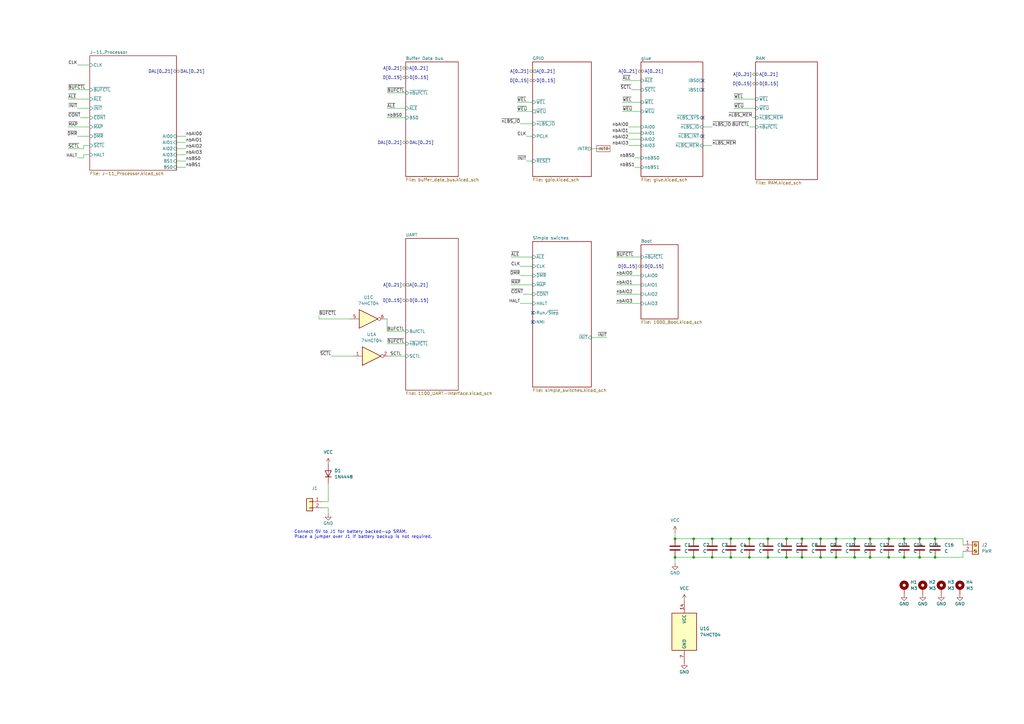
<source format=kicad_sch>
(kicad_sch (version 20250114) (generator "eeschema") (generator_version "9.0")
  (paper "A3")
  (title_block (title "PDP-11/Breadboard") (date "2025-03-16") (rev "V0.1") (comment 1 "Minimal Circuit for a DCJ11") (comment 2 "Requires a USB Serial->TTL Adapter"))
  (lib_symbols
    (symbol "74xx:74HCT04"
      (property "Reference" "U" (at 0 1.27 0))
      (property "Value" "74HCT04" (at 0 -1.27 0))
      (symbol "74HCT04_1_0"
        (polyline (pts (xy -3.81 3.81) (xy -3.81 -3.81) (xy 3.81 0) (xy -3.81 3.81)) (stroke (width 0.254)) (fill (type background)))
        (pin input line (at -7.62 0 0) (length 3.81) (name "~") (number "1"))
        (pin output inverted (at 7.62 0 180) (length 3.81) (name "~") (number "2"))
      )
      (symbol "74HCT04_2_0"
        (polyline (pts (xy -3.81 3.81) (xy -3.81 -3.81) (xy 3.81 0) (xy -3.81 3.81)) (stroke (width 0.254)) (fill (type background)))
        (pin input line (at -7.62 0 0) (length 3.81) (name "~") (number "3"))
        (pin output inverted (at 7.62 0 180) (length 3.81) (name "~") (number "4"))
      )
      (symbol "74HCT04_3_0"
        (polyline (pts (xy -3.81 3.81) (xy -3.81 -3.81) (xy 3.81 0) (xy -3.81 3.81)) (stroke (width 0.254)) (fill (type background)))
        (pin input line (at -7.62 0 0) (length 3.81) (name "~") (number "5"))
        (pin output inverted (at 7.62 0 180) (length 3.81) (name "~") (number "6"))
      )
      (symbol "74HCT04_4_0"
        (polyline (pts (xy -3.81 3.81) (xy -3.81 -3.81) (xy 3.81 0) (xy -3.81 3.81)) (stroke (width 0.254)) (fill (type background)))
        (pin input line (at -7.62 0 0) (length 3.81) (name "~") (number "9"))
        (pin output inverted (at 7.62 0 180) (length 3.81) (name "~") (number "8"))
      )
      (symbol "74HCT04_5_0"
        (polyline (pts (xy -3.81 3.81) (xy -3.81 -3.81) (xy 3.81 0) (xy -3.81 3.81)) (stroke (width 0.254)) (fill (type background)))
        (pin input line (at -7.62 0 0) (length 3.81) (name "~") (number "11"))
        (pin output inverted (at 7.62 0 180) (length 3.81) (name "~") (number "10"))
      )
      (symbol "74HCT04_6_0"
        (polyline (pts (xy -3.81 3.81) (xy -3.81 -3.81) (xy 3.81 0) (xy -3.81 3.81)) (stroke (width 0.254)) (fill (type background)))
        (pin input line (at -7.62 0 0) (length 3.81) (name "~") (number "13"))
        (pin output inverted (at 7.62 0 180) (length 3.81) (name "~") (number "12"))
      )
      (symbol "74HCT04_7_0"
        (pin power_in line (at 0 12.7 270) (length 5.08) (name "VCC") (number "14"))
        (pin power_in line (at 0 -12.7 90) (length 5.08) (name "GND") (number "7"))
      )
      (symbol "74HCT04_7_1"
        (rectangle (start -5.08 7.62) (end 5.08 -7.62) (stroke (width 0.254)) (fill (type background)))
      )
    )
    (symbol "Connector:Screw_Terminal_01x02" (pin_names (offset 1.016) (hide yes))
      (property "Reference" "J" (at 0 2.54 0))
      (property "Value" "Screw_Terminal_01x02" (at 0 -5.08 0))
      (symbol "Screw_Terminal_01x02_1_1"
        (rectangle (start -1.27 1.27) (end 1.27 -3.81) (stroke (width 0.254)) (fill (type background)))
        (polyline (pts (xy -0.5334 0.3302) (xy 0.3302 -0.508)) (stroke (width 0.1524)))
        (polyline (pts (xy -0.5334 -2.2098) (xy 0.3302 -3.048)) (stroke (width 0.1524)))
        (polyline (pts (xy -0.3556 0.508) (xy 0.508 -0.3302)) (stroke (width 0.1524)))
        (polyline (pts (xy -0.3556 -2.032) (xy 0.508 -2.8702)) (stroke (width 0.1524)))
        (circle (center 0 0) (radius 0.635) (stroke (width 0.1524)))
        (circle (center 0 -2.54) (radius 0.635) (stroke (width 0.1524)))
        (pin passive line (at -5.08 0 0) (length 3.81) (name "Pin_1") (number "1"))
        (pin passive line (at -5.08 -2.54 0) (length 3.81) (name "Pin_2") (number "2"))
      )
    )
    (symbol "Connector_Generic:Conn_01x02" (pin_names (offset 1.016) (hide yes))
      (property "Reference" "J" (at 0 2.54 0))
      (property "Value" "Conn_01x02" (at 0 -5.08 0))
      (symbol "Conn_01x02_1_1"
        (rectangle (start -1.27 1.27) (end 1.27 -3.81) (stroke (width 0.254)) (fill (type background)))
        (rectangle (start -1.27 0.127) (end 0 -0.127) (stroke (width 0.1524)))
        (rectangle (start -1.27 -2.413) (end 0 -2.667) (stroke (width 0.1524)))
        (pin passive line (at -5.08 0 0) (length 3.81) (name "Pin_1") (number "1"))
        (pin passive line (at -5.08 -2.54 0) (length 3.81) (name "Pin_2") (number "2"))
      )
    )
    (symbol "Device:C" (pin_numbers (hide yes)) (pin_names (offset 0.254))
      (property "Reference" "C" (at 0.635 2.54 0))
      (property "Value" "C" (at 0.635 -2.54 0))
      (symbol "C_0_1"
        (polyline (pts (xy -2.032 0.762) (xy 2.032 0.762)) (stroke (width 0.508)))
        (polyline (pts (xy -2.032 -0.762) (xy 2.032 -0.762)) (stroke (width 0.508)))
      )
      (symbol "C_1_1"
        (pin passive line (at 0 3.81 270) (length 2.794) (name "~") (number "1"))
        (pin passive line (at 0 -3.81 90) (length 2.794) (name "~") (number "2"))
      )
    )
    (symbol "Diode:1N4448" (pin_numbers (hide yes)) (pin_names (hide yes))
      (property "Reference" "D" (at 0 2.54 0))
      (property "Value" "1N4448" (at 0 -2.54 0))
      (symbol "1N4448_0_1"
        (polyline (pts (xy -1.27 1.27) (xy -1.27 -1.27)) (stroke (width 0.254)))
        (polyline (pts (xy 1.27 1.27) (xy 1.27 -1.27) (xy -1.27 0) (xy 1.27 1.27)) (stroke (width 0.254)))
        (polyline (pts (xy 1.27 0) (xy -1.27 0)))
      )
      (symbol "1N4448_1_1"
        (pin passive line (at -3.81 0 0) (length 2.54) (name "K") (number "1"))
        (pin passive line (at 3.81 0 180) (length 2.54) (name "A") (number "2"))
      )
    )
    (symbol "Mechanical:MountingHole_Pad" (pin_numbers (hide yes)) (pin_names (offset 1.016) (hide yes)) (exclude_from_sim yes) (in_bom no)
      (property "Reference" "H" (at 0 6.35 0))
      (property "Value" "MountingHole_Pad" (at 0 4.445 0))
      (symbol "MountingHole_Pad_0_1"
        (circle (center 0 1.27) (radius 1.27) (stroke (width 1.27)))
      )
      (symbol "MountingHole_Pad_1_1"
        (pin input line (at 0 -2.54 90) (length 2.54) (name "1") (number "1"))
      )
    )
    (symbol "power:GND" (power) (pin_numbers (hide yes)) (pin_names (offset 0) (hide yes))
      (property "Value" "GND" (at 0 -3.81 0))
      (symbol "GND_0_1"
        (polyline (pts (xy 0 0) (xy 0 -1.27) (xy 1.27 -1.27) (xy 0 -2.54) (xy -1.27 -1.27) (xy 0 -1.27)))
      )
      (symbol "GND_1_1"
        (pin power_in line (at 0 0 270) (length 0) (name "~") (number "1"))
      )
    )
    (symbol "power:VCC" (power) (pin_numbers (hide yes)) (pin_names (offset 0) (hide yes))
      (property "Value" "VCC" (at 0 3.556 0))
      (symbol "VCC_0_1"
        (polyline (pts (xy -0.762 1.27) (xy 0 2.54)))
        (polyline (pts (xy 0 2.54) (xy 0.762 1.27)))
        (polyline (pts (xy 0 0) (xy 0 2.54)))
      )
      (symbol "VCC_1_1"
        (pin power_in line (at 0 0 90) (length 0) (name "~") (number "1"))
      )
    )
  )
  (text "Connect 5V to J1 for battery backed-up SRAM.\nPlace a jumper over J1 if battery backup is not required." (at 120.65 220.98 0) (effects (font (size 1.27 1.27)) (justify left bottom)))
  (junction (at 356.87 220.98))
  (junction (at 350.52 228.6))
  (junction (at 284.48 220.98))
  (junction (at 322.58 228.6))
  (junction (at 276.86 220.98))
  (junction (at 370.84 228.6))
  (junction (at 328.93 220.98))
  (junction (at 307.34 220.98))
  (junction (at 314.96 220.98))
  (junction (at 342.9 220.98))
  (junction (at 328.93 228.6))
  (junction (at 292.1 220.98))
  (junction (at 284.48 228.6))
  (junction (at 364.49 220.98))
  (junction (at 292.1 228.6))
  (junction (at 307.34 228.6))
  (junction (at 276.86 228.6))
  (junction (at 299.72 228.6))
  (junction (at 336.55 220.98))
  (junction (at 322.58 220.98))
  (junction (at 356.87 228.6))
  (junction (at 383.54 220.98))
  (junction (at 299.72 220.98))
  (junction (at 342.9 228.6))
  (junction (at 314.96 228.6))
  (junction (at 383.54 228.6))
  (junction (at 364.49 228.6))
  (junction (at 370.84 220.98))
  (junction (at 336.55 228.6))
  (junction (at 350.52 220.98))
  (junction (at 377.19 220.98))
  (junction (at 377.19 228.6))
  (no_connect (at 218.44 132.08))
  (no_connect (at 288.29 36.83))
  (no_connect (at 288.29 48.26))
  (no_connect (at 288.29 55.88))
  (no_connect (at 218.44 128.27))
  (no_connect (at 288.29 33.02))
  (wire (pts (xy 160.02 146.05) (xy 166.37 146.05)))
  (wire (pts (xy 394.97 220.98) (xy 383.54 220.98)))
  (wire (pts (xy 364.49 220.98) (xy 370.84 220.98)))
  (wire (pts (xy 27.94 36.83) (xy 36.83 36.83)))
  (wire (pts (xy 260.35 68.58) (xy 262.89 68.58)))
  (wire (pts (xy 276.86 220.98) (xy 284.48 220.98)))
  (wire (pts (xy 34.29 59.69) (xy 36.83 59.69)))
  (wire (pts (xy 262.89 54.61) (xy 257.81 54.61)))
  (wire (pts (xy 72.39 63.5) (xy 76.2 63.5)))
  (wire (pts (xy 252.73 113.03) (xy 262.89 113.03)))
  (wire (pts (xy 262.89 57.15) (xy 257.81 57.15)))
  (wire (pts (xy 34.29 60.96) (xy 34.29 59.69)))
  (wire (pts (xy 262.89 52.07) (xy 257.81 52.07)))
  (wire (pts (xy 356.87 228.6) (xy 364.49 228.6)))
  (wire (pts (xy 276.86 228.6) (xy 276.86 231.14)))
  (wire (pts (xy 336.55 220.98) (xy 342.9 220.98)))
  (wire (pts (xy 27.94 60.96) (xy 34.29 60.96)))
  (wire (pts (xy 370.84 220.98) (xy 377.19 220.98)))
  (wire (pts (xy 356.87 220.98) (xy 364.49 220.98)))
  (wire (pts (xy 284.48 228.6) (xy 292.1 228.6)))
  (wire (pts (xy 394.97 223.52) (xy 394.97 220.98)))
  (wire (pts (xy 288.29 59.69) (xy 292.1 59.69)))
  (wire (pts (xy 72.39 60.96) (xy 76.2 60.96)))
  (wire (pts (xy 259.08 36.83) (xy 262.89 36.83)))
  (wire (pts (xy 377.19 228.6) (xy 383.54 228.6)))
  (wire (pts (xy 72.39 55.88) (xy 76.2 55.88)))
  (wire (pts (xy 322.58 220.98) (xy 328.93 220.98)))
  (wire (pts (xy 308.61 48.26) (xy 309.88 48.26)))
  (wire (pts (xy 314.96 228.6) (xy 322.58 228.6)))
  (wire (pts (xy 255.27 45.72) (xy 262.89 45.72)))
  (wire (pts (xy 242.57 138.43) (xy 248.92 138.43)))
  (wire (pts (xy 276.86 228.6) (xy 284.48 228.6)))
  (wire (pts (xy 31.75 64.77) (xy 34.29 64.77)))
  (wire (pts (xy 213.36 113.03) (xy 218.44 113.03)))
  (wire (pts (xy 130.81 130.81) (xy 143.51 130.81)))
  (wire (pts (xy 252.73 105.41) (xy 262.89 105.41)))
  (wire (pts (xy 252.73 124.46) (xy 262.89 124.46)))
  (wire (pts (xy 322.58 228.6) (xy 328.93 228.6)))
  (wire (pts (xy 158.75 135.89) (xy 166.37 135.89)))
  (wire (pts (xy 72.39 68.58) (xy 76.2 68.58)))
  (wire (pts (xy 31.75 26.67) (xy 36.83 26.67)))
  (wire (pts (xy 260.35 64.77) (xy 262.89 64.77)))
  (wire (pts (xy 213.36 124.46) (xy 218.44 124.46)))
  (wire (pts (xy 383.54 228.6) (xy 394.97 228.6)))
  (wire (pts (xy 377.19 220.98) (xy 383.54 220.98)))
  (wire (pts (xy 299.72 228.6) (xy 307.34 228.6)))
  (wire (pts (xy 350.52 228.6) (xy 356.87 228.6)))
  (wire (pts (xy 252.73 120.65) (xy 262.89 120.65)))
  (wire (pts (xy 27.94 52.07) (xy 36.83 52.07)))
  (wire (pts (xy 209.55 105.41) (xy 218.44 105.41)))
  (wire (pts (xy 284.48 220.98) (xy 292.1 220.98)))
  (wire (pts (xy 328.93 220.98) (xy 336.55 220.98)))
  (wire (pts (xy 72.39 58.42) (xy 76.2 58.42)))
  (wire (pts (xy 134.62 205.74) (xy 134.62 198.12)))
  (wire (pts (xy 132.08 208.28) (xy 134.62 208.28)))
  (wire (pts (xy 255.27 41.91) (xy 262.89 41.91)))
  (wire (pts (xy 394.97 226.06) (xy 394.97 228.6)))
  (wire (pts (xy 212.09 41.91) (xy 218.44 41.91)))
  (wire (pts (xy 34.29 63.5) (xy 36.83 63.5)))
  (wire (pts (xy 72.39 66.04) (xy 76.2 66.04)))
  (wire (pts (xy 215.9 55.88) (xy 218.44 55.88)))
  (wire (pts (xy 212.09 45.72) (xy 218.44 45.72)))
  (wire (pts (xy 34.29 64.77) (xy 34.29 63.5)))
  (wire (pts (xy 288.29 52.07) (xy 292.1 52.07)))
  (wire (pts (xy 328.93 228.6) (xy 336.55 228.6)))
  (wire (pts (xy 27.94 40.64) (xy 36.83 40.64)))
  (wire (pts (xy 158.75 130.81) (xy 158.75 135.89)))
  (wire (pts (xy 276.86 218.44) (xy 276.86 220.98)))
  (wire (pts (xy 132.08 205.74) (xy 134.62 205.74)))
  (wire (pts (xy 262.89 59.69) (xy 257.81 59.69)))
  (wire (pts (xy 215.9 66.04) (xy 218.44 66.04)))
  (wire (pts (xy 314.96 220.98) (xy 322.58 220.98)))
  (wire (pts (xy 135.89 146.05) (xy 144.78 146.05)))
  (wire (pts (xy 214.63 120.65) (xy 218.44 120.65)))
  (wire (pts (xy 213.36 50.8) (xy 218.44 50.8)))
  (wire (pts (xy 255.27 33.02) (xy 262.89 33.02)))
  (wire (pts (xy 300.99 40.64) (xy 309.88 40.64)))
  (wire (pts (xy 370.84 228.6) (xy 377.19 228.6)))
  (wire (pts (xy 158.75 140.97) (xy 166.37 140.97)))
  (wire (pts (xy 158.75 38.1) (xy 166.37 38.1)))
  (wire (pts (xy 350.52 220.98) (xy 356.87 220.98)))
  (wire (pts (xy 158.75 48.26) (xy 166.37 48.26)))
  (wire (pts (xy 342.9 228.6) (xy 350.52 228.6)))
  (wire (pts (xy 307.34 220.98) (xy 314.96 220.98)))
  (wire (pts (xy 299.72 220.98) (xy 307.34 220.98)))
  (wire (pts (xy 292.1 220.98) (xy 299.72 220.98)))
  (wire (pts (xy 31.75 44.45) (xy 36.83 44.45)))
  (wire (pts (xy 166.37 44.45) (xy 158.75 44.45)))
  (wire (pts (xy 252.73 116.84) (xy 262.89 116.84)))
  (wire (pts (xy 342.9 220.98) (xy 350.52 220.98)))
  (wire (pts (xy 336.55 228.6) (xy 342.9 228.6)))
  (wire (pts (xy 209.55 116.84) (xy 218.44 116.84)))
  (wire (pts (xy 364.49 228.6) (xy 370.84 228.6)))
  (wire (pts (xy 250.19 60.96) (xy 242.57 60.96)))
  (wire (pts (xy 33.02 48.26) (xy 36.83 48.26)))
  (wire (pts (xy 134.62 210.82) (xy 134.62 208.28)))
  (wire (pts (xy 130.81 129.54) (xy 130.81 130.81)))
  (wire (pts (xy 300.99 44.45) (xy 309.88 44.45)))
  (wire (pts (xy 292.1 228.6) (xy 299.72 228.6)))
  (wire (pts (xy 307.34 52.07) (xy 309.88 52.07)))
  (wire (pts (xy 307.34 228.6) (xy 314.96 228.6)))
  (wire (pts (xy 213.36 109.22) (xy 218.44 109.22)))
  (wire (pts (xy 31.75 55.88) (xy 36.83 55.88)))
  (label "~{nLBS_MEM}" (at 308.61 48.26 180))
  (label "nbAIO0" (at 252.73 113.03 0))
  (label "nbAIO2" (at 252.73 120.65 0))
  (label "CLK" (at 215.9 55.88 180))
  (label "nbAIO3" (at 257.81 59.69 180))
  (label "~{DMR}" (at 31.75 55.88 180))
  (label "~{BUFCTL}" (at 158.75 140.97 0))
  (label "nbAIO0" (at 257.81 52.07 180))
  (label "nbBS1" (at 260.35 68.58 180))
  (label "~{SCTL}" (at 259.08 36.83 180))
  (label "nbBS0" (at 76.2 66.04 0))
  (label "~{WEL}" (at 255.27 41.91 0))
  (label "~{INIT}" (at 215.9 66.04 180))
  (label "~{BUFCTL}" (at 252.73 105.41 0))
  (label "~{CONT}" (at 33.02 48.26 180))
  (label "~{nLBS_IO}" (at 213.36 50.8 180))
  (label "nbAIO0" (at 76.2 55.88 0))
  (label "nbAIO2" (at 76.2 60.96 0))
  (label "nbAIO3" (at 76.2 63.5 0))
  (label "HALT" (at 213.36 124.46 180))
  (label "nbAIO1" (at 257.81 54.61 180))
  (label "~{SCTL}" (at 135.89 146.05 180))
  (label "~{CONT}" (at 214.63 120.65 180))
  (label "nbAIO3" (at 252.73 124.46 0))
  (label "nbBS1" (at 76.2 68.58 0))
  (label "nbBS0" (at 260.35 64.77 180))
  (label "~{nLBS_IO}" (at 292.1 52.07 0))
  (label "~{DMR}" (at 213.36 113.03 180))
  (label "nbAIO1" (at 252.73 116.84 0))
  (label "~{WEU}" (at 255.27 45.72 0))
  (label "BUFCTL" (at 158.75 135.89 0))
  (label "~{nLBS_MEM}" (at 292.1 59.69 0))
  (label "CLK" (at 213.36 109.22 180))
  (label "nbAIO1" (at 76.2 58.42 0))
  (label "nbBS0" (at 158.75 48.26 0))
  (label "nbAIO2" (at 257.81 57.15 180))
  (label "~{ALE}" (at 158.75 44.45 0))
  (label "~{ALE}" (at 27.94 40.64 0))
  (label "~{BUFCTL}" (at 130.81 129.54 0))
  (label "~{WEU}" (at 300.99 44.45 0))
  (label "CLK" (at 31.75 26.67 180))
  (label "~{WEU}" (at 212.09 45.72 0))
  (label "~{WEL}" (at 212.09 41.91 0))
  (label "~{MAP}" (at 209.55 116.84 0))
  (label "~{WEL}" (at 300.99 40.64 0))
  (label "~{BUFCTL}" (at 307.34 52.07 180))
  (label "~{ALE}" (at 209.55 105.41 0))
  (label "~{SCTL}" (at 27.94 60.96 0))
  (label "~{ALE}" (at 255.27 33.02 0))
  (label "~{BUFCTL}" (at 27.94 36.83 0))
  (label "~{BUFCTL}" (at 158.75 38.1 0))
  (label "HALT" (at 31.75 64.77 180))
  (label "~{INIT}" (at 31.75 44.45 180))
  (label "SCTL" (at 160.02 146.05 0))
  (label "~{INIT}" (at 248.92 138.43 180))
  (label "~{MAP}" (at 27.94 52.07 0))
  (global_label "INTR" (shape passive) (at 250.19 60.96 180) (property "Intersheetrefs" "${INTERSHEET_REFS}" (effects (hide yes))))
  (hierarchical_label "A[0..21]" (shape bidirectional) (at 218.44 29.21 180))
  (hierarchical_label "A[0..21]" (shape bidirectional) (at 309.88 30.48 180))
  (hierarchical_label "D[0..15]" (shape bidirectional) (at 309.88 34.29 180))
  (hierarchical_label "A[0..21]" (shape bidirectional) (at 166.37 116.84 180))
  (hierarchical_label "A[0..21]" (shape bidirectional) (at 262.89 29.21 180))
  (hierarchical_label "D[0..15]" (shape bidirectional) (at 166.37 123.19 180))
  (hierarchical_label "D[0..15]" (shape bidirectional) (at 262.89 109.22 180))
  (hierarchical_label "DAL[0..21]" (shape bidirectional) (at 72.39 29.21 0))
  (hierarchical_label "DAL[0..21]" (shape bidirectional) (at 166.37 58.42 180))
  (hierarchical_label "D[0..15]" (shape bidirectional) (at 218.44 33.02 180))
  (hierarchical_label "A[0..21]" (shape bidirectional) (at 166.37 27.94 180))
  (hierarchical_label "D[0..15]" (shape bidirectional) (at 166.37 31.75 180))
  (symbol (lib_id "power:GND") (at 134.62 210.82 0) (unit 1)
    (property "Reference" "#PWR02" (effects (hide yes)))
    (property "Value" "GND" (at 134.62 214.63 0))
  )
  (symbol (lib_id "power:VCC") (at 280.67 246.38 0) (unit 1)
    (property "Reference" "#PWR07" (effects (hide yes)))
    (property "Value" "VCC" (at 280.67 241.3 0))
    (property "Description" "Power symbol creates a global label with name \"VCC\"" (effects (hide yes)))
  )
  (symbol (lib_id "Device:C") (at 292.1 224.79 0) (unit 1)
    (property "Reference" "C3" (at 295.91 223.5199 0) (effects (justify left)))
    (property "Value" "C" (at 295.91 226.0599 0) (effects (justify left)))
    (property "Footprint" "Capacitor_SMD:C_0805_2012Metric_Pad1.18x1.45mm_HandSolder" (effects (hide yes)))
    (property "Description" "Unpolarized capacitor" (effects (hide yes)))
  )
  (symbol (lib_id "power:GND") (at 386.08 243.84 0) (unit 1)
    (property "Reference" "#PWR011" (effects (hide yes)))
    (property "Value" "GND" (at 386.08 247.65 0))
    (property "Description" "Power symbol creates a global label with name \"GND\" , ground" (effects (hide yes)))
  )
  (symbol (lib_id "Mechanical:MountingHole_Pad") (at 370.84 241.3 0) (unit 1) (exclude_from_sim yes) (in_bom no)
    (property "Reference" "H1" (at 373.38 238.7599 0) (effects (justify left)))
    (property "Value" "M3" (at 373.38 241.2999 0) (effects (justify left)))
    (property "Footprint" "MountingHole:MountingHole_3.2mm_M3_Pad" (effects (hide yes)))
    (property "Description" "Mounting Hole with connection" (effects (hide yes)))
  )
  (symbol (lib_id "Mechanical:MountingHole_Pad") (at 386.08 241.3 0) (unit 1) (exclude_from_sim yes) (in_bom no)
    (property "Reference" "H3" (at 388.62 238.7599 0) (effects (justify left)))
    (property "Value" "M3" (at 388.62 241.2999 0) (effects (justify left)))
    (property "Footprint" "MountingHole:MountingHole_3.2mm_M3_Pad" (effects (hide yes)))
    (property "Description" "Mounting Hole with connection" (effects (hide yes)))
  )
  (symbol (lib_id "Device:C") (at 350.52 224.79 0) (unit 1)
    (property "Reference" "C11" (at 354.33 223.5199 0) (effects (justify left)))
    (property "Value" "C" (at 354.33 226.0599 0) (effects (justify left)))
    (property "Footprint" "Capacitor_SMD:C_0805_2012Metric_Pad1.18x1.45mm_HandSolder" (effects (hide yes)))
    (property "Description" "Unpolarized capacitor" (effects (hide yes)))
  )
  (symbol (lib_id "Diode:1N4448") (at 134.62 194.31 270) (mirror x) (unit 1)
    (property "Reference" "D1" (at 137.16 193.0399 90) (effects (justify left)))
    (property "Value" "1N4448" (at 137.16 195.5799 90) (effects (justify left)))
    (property "Footprint" "Diode_THT:D_DO-35_SOD27_P7.62mm_Horizontal" (effects (hide yes)))
    (property "Datasheet" "https://assets.nexperia.com/documents/data-sheet/1N4148_1N4448.pdf" (effects (hide yes)))
    (property "Description" "100V 0.15A High-speed standard diode, DO-35" (effects (hide yes)))
    (property "Sim.Device" "D" (effects (hide yes)))
    (property "Sim.Pins" "1=K 2=A" (effects (hide yes)))
  )
  (symbol (lib_id "Device:C") (at 328.93 224.79 0) (unit 1)
    (property "Reference" "C8" (at 332.74 223.5199 0) (effects (justify left)))
    (property "Value" "C" (at 332.74 226.0599 0) (effects (justify left)))
    (property "Footprint" "Capacitor_SMD:C_0805_2012Metric_Pad1.18x1.45mm_HandSolder" (effects (hide yes)))
    (property "Description" "Unpolarized capacitor" (effects (hide yes)))
  )
  (symbol (lib_id "power:GND") (at 378.46 243.84 0) (unit 1)
    (property "Reference" "#PWR010" (effects (hide yes)))
    (property "Value" "GND" (at 378.46 247.65 0))
    (property "Description" "Power symbol creates a global label with name \"GND\" , ground" (effects (hide yes)))
  )
  (symbol (lib_id "power:VCC") (at 276.86 218.44 0) (unit 1)
    (property "Reference" "#PWR05" (effects (hide yes)))
    (property "Value" "VCC" (at 276.86 213.36 0))
    (property "Description" "Power symbol creates a global label with name \"VCC\"" (effects (hide yes)))
  )
  (symbol (lib_id "74xx:74HCT04") (at 280.67 259.08 0) (unit 7)
    (property "Reference" "U1" (at 287.02 257.8099 0) (effects (justify left)))
    (property "Value" "74HCT04" (at 287.02 260.3499 0) (effects (justify left)))
    (property "Datasheet" "https://assets.nexperia.com/documents/data-sheet/74HC_HCT04.pdf" (effects (hide yes)))
    (property "Description" "Hex Inverter" (effects (hide yes)))
  )
  (symbol (lib_id "power:GND") (at 280.67 271.78 0) (unit 1)
    (property "Reference" "#PWR08" (effects (hide yes)))
    (property "Value" "GND" (at 280.67 275.59 0))
    (property "Description" "Power symbol creates a global label with name \"GND\" , ground" (effects (hide yes)))
  )
  (symbol (lib_id "Device:C") (at 284.48 224.79 0) (unit 1)
    (property "Reference" "C2" (at 288.29 223.5199 0) (effects (justify left)))
    (property "Value" "C" (at 288.29 226.0599 0) (effects (justify left)))
    (property "Footprint" "Capacitor_SMD:C_0805_2012Metric_Pad1.18x1.45mm_HandSolder" (effects (hide yes)))
    (property "Description" "Unpolarized capacitor" (effects (hide yes)))
  )
  (symbol (lib_id "Device:C") (at 322.58 224.79 0) (unit 1)
    (property "Reference" "C7" (at 326.39 223.5199 0) (effects (justify left)))
    (property "Value" "C" (at 326.39 226.0599 0) (effects (justify left)))
    (property "Footprint" "Capacitor_SMD:C_0805_2012Metric_Pad1.18x1.45mm_HandSolder" (effects (hide yes)))
    (property "Description" "Unpolarized capacitor" (effects (hide yes)))
  )
  (symbol (lib_id "power:GND") (at 370.84 243.84 0) (unit 1)
    (property "Reference" "#PWR09" (effects (hide yes)))
    (property "Value" "GND" (at 370.84 247.65 0))
    (property "Description" "Power symbol creates a global label with name \"GND\" , ground" (effects (hide yes)))
  )
  (symbol (lib_id "74xx:74HCT04") (at 151.13 130.81 0) (unit 3)
    (property "Reference" "U1" (at 151.13 121.92 0))
    (property "Value" "74HCT04" (at 151.13 124.46 0))
    (property "Datasheet" "https://assets.nexperia.com/documents/data-sheet/74HC_HCT04.pdf" (effects (hide yes)))
    (property "Description" "Hex Inverter" (effects (hide yes)))
  )
  (symbol (lib_id "Mechanical:MountingHole_Pad") (at 378.46 241.3 0) (unit 1) (exclude_from_sim yes) (in_bom no)
    (property "Reference" "H2" (at 381 238.7599 0) (effects (justify left)))
    (property "Value" "M3" (at 381 241.2999 0) (effects (justify left)))
    (property "Footprint" "MountingHole:MountingHole_3.2mm_M3_Pad" (effects (hide yes)))
    (property "Description" "Mounting Hole with connection" (effects (hide yes)))
  )
  (symbol (lib_id "74xx:74HCT04") (at 152.4 146.05 0) (unit 1)
    (property "Reference" "U1" (at 152.4 137.16 0))
    (property "Value" "74HCT04" (at 152.4 139.7 0))
    (property "Datasheet" "https://assets.nexperia.com/documents/data-sheet/74HC_HCT04.pdf" (effects (hide yes)))
    (property "Description" "Hex Inverter" (effects (hide yes)))
  )
  (symbol (lib_id "Device:C") (at 314.96 224.79 0) (unit 1)
    (property "Reference" "C6" (at 318.77 223.5199 0) (effects (justify left)))
    (property "Value" "C" (at 318.77 226.0599 0) (effects (justify left)))
    (property "Footprint" "Capacitor_SMD:C_0805_2012Metric_Pad1.18x1.45mm_HandSolder" (effects (hide yes)))
    (property "Description" "Unpolarized capacitor" (effects (hide yes)))
  )
  (symbol (lib_id "power:GND") (at 393.7 243.84 0) (unit 1)
    (property "Reference" "#PWR012" (effects (hide yes)))
    (property "Value" "GND" (at 393.7 247.65 0))
    (property "Description" "Power symbol creates a global label with name \"GND\" , ground" (effects (hide yes)))
  )
  (symbol (lib_id "power:GND") (at 276.86 231.14 0) (unit 1)
    (property "Reference" "#PWR06" (effects (hide yes)))
    (property "Value" "GND" (at 276.86 234.95 0))
    (property "Description" "Power symbol creates a global label with name \"GND\" , ground" (effects (hide yes)))
  )
  (symbol (lib_id "Connector_Generic:Conn_01x02") (at 127 205.74 0) (mirror y) (unit 1)
    (property "Reference" "J1" (at 129.0828 200.2282 0))
    (property "Value" "VBAT" (effects (hide yes)))
    (property "Footprint" "Connector_PinHeader_2.54mm:PinHeader_1x02_P2.54mm_Horizontal" (effects (hide yes)))
  )
  (symbol (lib_id "Device:C") (at 336.55 224.79 0) (unit 1)
    (property "Reference" "C9" (at 340.36 223.5199 0) (effects (justify left)))
    (property "Value" "C" (at 340.36 226.0599 0) (effects (justify left)))
    (property "Footprint" "Capacitor_SMD:C_0805_2012Metric_Pad1.18x1.45mm_HandSolder" (effects (hide yes)))
    (property "Description" "Unpolarized capacitor" (effects (hide yes)))
  )
  (symbol (lib_id "Device:C") (at 364.49 224.79 0) (unit 1)
    (property "Reference" "C13" (at 368.3 223.5199 0) (effects (justify left)))
    (property "Value" "C" (at 368.3 226.0599 0) (effects (justify left)))
    (property "Footprint" "Capacitor_SMD:C_0805_2012Metric_Pad1.18x1.45mm_HandSolder" (effects (hide yes)))
    (property "Description" "Unpolarized capacitor" (effects (hide yes)))
  )
  (symbol (lib_id "Device:C") (at 383.54 224.79 0) (unit 1)
    (property "Reference" "C16" (at 387.35 223.5199 0) (effects (justify left)))
    (property "Value" "C" (at 387.35 226.0599 0) (effects (justify left)))
    (property "Footprint" "Capacitor_SMD:C_0805_2012Metric_Pad1.18x1.45mm_HandSolder" (effects (hide yes)))
    (property "Description" "Unpolarized capacitor" (effects (hide yes)))
  )
  (symbol (lib_id "Device:C") (at 299.72 224.79 0) (unit 1)
    (property "Reference" "C4" (at 303.53 223.5199 0) (effects (justify left)))
    (property "Value" "C" (at 303.53 226.0599 0) (effects (justify left)))
    (property "Footprint" "Capacitor_SMD:C_0805_2012Metric_Pad1.18x1.45mm_HandSolder" (effects (hide yes)))
    (property "Description" "Unpolarized capacitor" (effects (hide yes)))
  )
  (symbol (lib_id "Device:C") (at 356.87 224.79 0) (unit 1)
    (property "Reference" "C12" (at 360.68 223.5199 0) (effects (justify left)))
    (property "Value" "C" (at 360.68 226.0599 0) (effects (justify left)))
    (property "Footprint" "Capacitor_SMD:C_0805_2012Metric_Pad1.18x1.45mm_HandSolder" (effects (hide yes)))
    (property "Description" "Unpolarized capacitor" (effects (hide yes)))
  )
  (symbol (lib_id "Mechanical:MountingHole_Pad") (at 393.7 241.3 0) (unit 1) (exclude_from_sim yes) (in_bom no)
    (property "Reference" "H4" (at 396.24 238.7599 0) (effects (justify left)))
    (property "Value" "M3" (at 396.24 241.2999 0) (effects (justify left)))
    (property "Footprint" "MountingHole:MountingHole_3.2mm_M3_Pad" (effects (hide yes)))
    (property "Description" "Mounting Hole with connection" (effects (hide yes)))
  )
  (symbol (lib_id "Device:C") (at 377.19 224.79 0) (unit 1)
    (property "Reference" "C15" (at 381 223.5199 0) (effects (justify left)))
    (property "Value" "C" (at 381 226.0599 0) (effects (justify left)))
    (property "Footprint" "Capacitor_SMD:C_0805_2012Metric_Pad1.18x1.45mm_HandSolder" (effects (hide yes)))
    (property "Description" "Unpolarized capacitor" (effects (hide yes)))
  )
  (symbol (lib_id "Device:C") (at 307.34 224.79 0) (unit 1)
    (property "Reference" "C5" (at 311.15 223.5199 0) (effects (justify left)))
    (property "Value" "C" (at 311.15 226.0599 0) (effects (justify left)))
    (property "Footprint" "Capacitor_SMD:C_0805_2012Metric_Pad1.18x1.45mm_HandSolder" (effects (hide yes)))
    (property "Description" "Unpolarized capacitor" (effects (hide yes)))
  )
  (symbol (lib_id "power:VCC") (at 134.62 190.5 0) (unit 1)
    (property "Reference" "#PWR01" (effects (hide yes)))
    (property "Value" "VCC" (at 134.62 185.42 0))
    (property "Description" "Power symbol creates a global label with name \"VCC\"" (effects (hide yes)))
  )
  (symbol (lib_id "Device:C") (at 342.9 224.79 0) (unit 1)
    (property "Reference" "C10" (at 346.71 223.5199 0) (effects (justify left)))
    (property "Value" "C" (at 346.71 226.0599 0) (effects (justify left)))
    (property "Footprint" "Capacitor_SMD:C_0805_2012Metric_Pad1.18x1.45mm_HandSolder" (effects (hide yes)))
    (property "Description" "Unpolarized capacitor" (effects (hide yes)))
  )
  (symbol (lib_id "Device:C") (at 276.86 224.79 0) (unit 1)
    (property "Reference" "C1" (at 280.67 223.5199 0) (effects (justify left)))
    (property "Value" "C" (at 280.67 226.0599 0) (effects (justify left)))
    (property "Footprint" "Capacitor_SMD:C_0805_2012Metric_Pad1.18x1.45mm_HandSolder" (effects (hide yes)))
    (property "Description" "Unpolarized capacitor" (effects (hide yes)))
  )
  (symbol (lib_id "Device:C") (at 370.84 224.79 0) (unit 1)
    (property "Reference" "C14" (at 374.65 223.5199 0) (effects (justify left)))
    (property "Value" "C" (at 374.65 226.0599 0) (effects (justify left)))
    (property "Footprint" "Capacitor_SMD:C_0805_2012Metric_Pad1.18x1.45mm_HandSolder" (effects (hide yes)))
    (property "Description" "Unpolarized capacitor" (effects (hide yes)))
  )
  (symbol (lib_id "Connector:Screw_Terminal_01x02") (at 400.05 223.52 0) (unit 1)
    (property "Reference" "J2" (at 402.59 223.5199 0) (effects (justify left)))
    (property "Value" "PWR" (at 402.59 226.0599 0) (effects (justify left)))
    (property "Footprint" "TerminalBlock:TerminalBlock_bornier-2_P5.08mm" (effects (hide yes)))
    (property "Description" "Generic screw terminal, single row, 01x02, script generated (kicad-library-utils/schlib/autogen/connector/)" (effects (hide yes)))
  )
  (sheet (at 166.37 97.79) (size 21.59 62.23) (stroke (width 0.1524))
    (property "Sheetname" "UART" (at 166.37 97.0784 0) (effects (justify left bottom)))
    (property "Sheetfile" "1100_UART-interface.kicad_sch" (at 166.37 160.6046 0) (effects (justify left top)))
    (pin "SCTL" input (at 166.37 146.05 180))
    (pin "D[0..15]" bidirectional (at 166.37 123.19 180))
    (pin "~{nBufCTL}" input (at 166.37 140.97 180))
    (pin "BufCTL" input (at 166.37 135.89 180))
    (pin "A[0..21]" output (at 166.37 116.84 180))
  )
  (sheet (at 36.83 22.86) (size 35.56 46.99) (stroke (width 0.1524))
    (property "Sheetname" "J-11_Processor" (at 36.83 22.1484 0) (effects (justify left bottom)))
    (property "Sheetfile" "J-11_Processor.kicad_sch" (at 36.83 70.4346 0) (effects (justify left top)))
    (pin "DAL[0..21]" bidirectional (at 72.39 29.21 0))
    (pin "CLK" input (at 36.83 26.67 180))
    (pin "~{BUFCTL}" input (at 36.83 36.83 180))
    (pin "~{ALE}" input (at 36.83 40.64 180))
    (pin "~{INIT}" input (at 36.83 44.45 180))
    (pin "~{CONT}" input (at 36.83 48.26 180))
    (pin "~{MAP}" input (at 36.83 52.07 180))
    (pin "~{SCTL}" input (at 36.83 59.69 180))
    (pin "HALT" input (at 36.83 63.5 180))
    (pin "~{DMR}" input (at 36.83 55.88 180))
    (pin "AI01" input (at 72.39 58.42 0))
    (pin "AI00" input (at 72.39 55.88 0))
    (pin "AI03" input (at 72.39 63.5 0))
    (pin "AI02" input (at 72.39 60.96 0))
    (pin "BS1" input (at 72.39 66.04 0))
    (pin "BS0" input (at 72.39 68.58 0))
  )
  (sheet (at 262.89 25.4) (size 25.4 46.99) (stroke (width 0.1524))
    (property "Sheetname" "glue" (at 262.89 24.6884 0) (effects (justify left bottom)))
    (property "Sheetfile" "glue.kicad_sch" (at 262.89 72.9746 0) (effects (justify left top)))
    (pin "~{WEL}" input (at 262.89 41.91 180))
    (pin "~{WEU}" input (at 262.89 45.72 180))
    (pin "~{nLBS_SYS}" input (at 288.29 48.26 0))
    (pin "~{nLBS_IO}" input (at 288.29 52.07 0))
    (pin "~{nLBS_INT}" input (at 288.29 55.88 0))
    (pin "~{nLBS_MEM}" input (at 288.29 59.69 0))
    (pin "lBS0" passive (at 288.29 33.02 0))
    (pin "lBS1" passive (at 288.29 36.83 0))
    (pin "AI01" input (at 262.89 54.61 180))
    (pin "AI03" input (at 262.89 59.69 180))
    (pin "AI00" input (at 262.89 52.07 180))
    (pin "AI02" input (at 262.89 57.15 180))
    (pin "nbBS0" input (at 262.89 64.77 180))
    (pin "nbBS1" input (at 262.89 68.58 180))
    (pin "A[0..21]" bidirectional (at 262.89 29.21 180))
    (pin "~{SCTL}" input (at 262.89 36.83 180))
    (pin "~{ALE}" input (at 262.89 33.02 180))
  )
  (sheet (at 262.89 100.33) (size 15.24 30.48) (stroke (width 0.1524))
    (property "Sheetname" "Boot" (at 262.89 99.6184 0) (effects (justify left bottom)))
    (property "Sheetfile" "1000_Boot.kicad_sch" (at 262.89 131.3946 0) (effects (justify left top)))
    (pin "~{nBufCTL}" input (at 262.89 105.41 180))
    (pin "D[0..15]" bidirectional (at 262.89 109.22 180))
    (pin "LAIO0" input (at 262.89 113.03 180))
    (pin "LAIO1" input (at 262.89 116.84 180))
    (pin "LAIO2" input (at 262.89 120.65 180))
    (pin "LAIO3" input (at 262.89 124.46 180))
  )
  (sheet (at 218.44 99.06) (size 24.13 59.69) (stroke (width 0.1524))
    (property "Sheetname" "Simple swiches" (at 218.44 98.3484 0) (effects (justify left bottom)))
    (property "Sheetfile" "simple_switches.kicad_sch" (at 218.44 159.3346 0) (effects (justify left top)))
    (pin "~{MAP}" input (at 218.44 116.84 180))
    (pin "CLK" input (at 218.44 109.22 180))
    (pin "~{CONT}" input (at 218.44 120.65 180))
    (pin "HALT" input (at 218.44 124.46 180))
    (pin "~{DMR}" input (at 218.44 113.03 180))
    (pin "Run{slash}~{Step}" input (at 218.44 128.27 180))
    (pin "NMI" input (at 218.44 132.08 180))
    (pin "~{INIT}" input (at 242.57 138.43 0))
    (pin "~{ALE}" input (at 218.44 105.41 180))
  )
  (sheet (at 309.88 25.4) (size 25.4 48.26) (stroke (width 0.1524))
    (property "Sheetname" "RAM" (at 309.88 24.6884 0) (effects (justify left bottom)))
    (property "Sheetfile" "RAM.kicad_sch" (at 309.88 74.2446 0) (effects (justify left top)))
    (pin "A[0..21]" bidirectional (at 309.88 30.48 180))
    (pin "D[0..15]" bidirectional (at 309.88 34.29 180))
    (pin "~{WEU}" input (at 309.88 44.45 180))
    (pin "~{WEL}" input (at 309.88 40.64 180))
    (pin "~{nLBS_MEM}" input (at 309.88 48.26 180))
    (pin "~{nBufCTL}" input (at 309.88 52.07 180))
  )
  (sheet (at 166.37 25.4) (size 21.59 46.99) (stroke (width 0.1524))
    (property "Sheetname" "Buffer Data bus" (at 166.37 24.6884 0) (effects (justify left bottom)))
    (property "Sheetfile" "buffer_data_bus.kicad_sch" (at 166.37 72.9746 0) (effects (justify left top)))
    (pin "D[0..15]" bidirectional (at 166.37 31.75 180))
    (pin "~{nBufCTL}" input (at 166.37 38.1 180))
    (pin "DAL[0..21]" bidirectional (at 166.37 58.42 180))
    (pin "A[0..21]" bidirectional (at 166.37 27.94 180))
    (pin "~{ALE}" input (at 166.37 44.45 180))
    (pin "BS0" input (at 166.37 48.26 180))
  )
  (sheet (at 218.44 25.4) (size 24.13 46.99) (stroke (width 0.1524))
    (property "Sheetname" "GPIO" (at 218.44 24.6884 0) (effects (justify left bottom)))
    (property "Sheetfile" "gpio.kicad_sch" (at 218.44 72.9746 0) (effects (justify left top)))
    (pin "~{RESET}" input (at 218.44 66.04 180))
    (pin "~{WEL}" input (at 218.44 41.91 180))
    (pin "D[0..15]" bidirectional (at 218.44 33.02 180))
    (pin "PCLK" input (at 218.44 55.88 180))
    (pin "A[0..21]" output (at 218.44 29.21 180))
    (pin "INTR" output (at 242.57 60.96 0))
    (pin "~{nLBS_IO}" input (at 218.44 50.8 180))
    (pin "~{WEU}" passive (at 218.44 45.72 180))
  )
)
</source>
